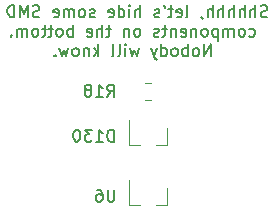
<source format=gbo>
G04 #@! TF.GenerationSoftware,KiCad,Pcbnew,(5.1.9)-1*
G04 #@! TF.CreationDate,2021-04-11T14:42:06+02:00*
G04 #@! TF.ProjectId,at90s2323,61743930-7332-4333-9233-2e6b69636164,V1.0*
G04 #@! TF.SameCoordinates,Original*
G04 #@! TF.FileFunction,Legend,Bot*
G04 #@! TF.FilePolarity,Positive*
%FSLAX46Y46*%
G04 Gerber Fmt 4.6, Leading zero omitted, Abs format (unit mm)*
G04 Created by KiCad (PCBNEW (5.1.9)-1) date 2021-04-11 14:42:06*
%MOMM*%
%LPD*%
G01*
G04 APERTURE LIST*
%ADD10C,0.150000*%
%ADD11C,0.120000*%
%ADD12R,0.800000X0.900000*%
%ADD13C,1.800000*%
%ADD14C,0.100000*%
%ADD15O,1.600000X1.600000*%
%ADD16C,1.600000*%
%ADD17O,2.400000X2.400000*%
%ADD18R,2.400000X2.400000*%
%ADD19O,1.600000X2.400000*%
%ADD20R,1.600000X2.400000*%
%ADD21R,1.600000X1.600000*%
%ADD22O,1.700000X1.700000*%
%ADD23R,1.700000X1.700000*%
%ADD24C,2.000000*%
%ADD25C,0.800000*%
%ADD26C,6.400000*%
%ADD27C,1.500000*%
%ADD28O,1.905000X2.000000*%
%ADD29R,1.905000X2.000000*%
%ADD30O,3.500000X3.500000*%
%ADD31R,3.500000X3.500000*%
%ADD32C,1.700000*%
G04 APERTURE END LIST*
D10*
X27890952Y45695238D02*
X27748095Y45647619D01*
X27510000Y45647619D01*
X27414761Y45695238D01*
X27367142Y45742857D01*
X27319523Y45838095D01*
X27319523Y45933333D01*
X27367142Y46028571D01*
X27414761Y46076190D01*
X27510000Y46123809D01*
X27700476Y46171428D01*
X27795714Y46219047D01*
X27843333Y46266666D01*
X27890952Y46361904D01*
X27890952Y46457142D01*
X27843333Y46552380D01*
X27795714Y46600000D01*
X27700476Y46647619D01*
X27462380Y46647619D01*
X27319523Y46600000D01*
X26890952Y45647619D02*
X26890952Y46647619D01*
X26462380Y45647619D02*
X26462380Y46171428D01*
X26510000Y46266666D01*
X26605238Y46314285D01*
X26748095Y46314285D01*
X26843333Y46266666D01*
X26890952Y46219047D01*
X25986190Y45647619D02*
X25986190Y46647619D01*
X25557619Y45647619D02*
X25557619Y46171428D01*
X25605238Y46266666D01*
X25700476Y46314285D01*
X25843333Y46314285D01*
X25938571Y46266666D01*
X25986190Y46219047D01*
X25081428Y45647619D02*
X25081428Y46647619D01*
X24652857Y45647619D02*
X24652857Y46171428D01*
X24700476Y46266666D01*
X24795714Y46314285D01*
X24938571Y46314285D01*
X25033809Y46266666D01*
X25081428Y46219047D01*
X24176666Y45647619D02*
X24176666Y46647619D01*
X23748095Y45647619D02*
X23748095Y46171428D01*
X23795714Y46266666D01*
X23890952Y46314285D01*
X24033809Y46314285D01*
X24129047Y46266666D01*
X24176666Y46219047D01*
X23271904Y45647619D02*
X23271904Y46647619D01*
X22843333Y45647619D02*
X22843333Y46171428D01*
X22890952Y46266666D01*
X22986190Y46314285D01*
X23129047Y46314285D01*
X23224285Y46266666D01*
X23271904Y46219047D01*
X22319523Y45695238D02*
X22319523Y45647619D01*
X22367142Y45552380D01*
X22414761Y45504761D01*
X20986190Y45647619D02*
X21081428Y45695238D01*
X21129047Y45790476D01*
X21129047Y46647619D01*
X20224285Y45695238D02*
X20319523Y45647619D01*
X20510000Y45647619D01*
X20605238Y45695238D01*
X20652857Y45790476D01*
X20652857Y46171428D01*
X20605238Y46266666D01*
X20510000Y46314285D01*
X20319523Y46314285D01*
X20224285Y46266666D01*
X20176666Y46171428D01*
X20176666Y46076190D01*
X20652857Y45980952D01*
X19890952Y46314285D02*
X19510000Y46314285D01*
X19748095Y46647619D02*
X19748095Y45790476D01*
X19700476Y45695238D01*
X19605238Y45647619D01*
X19510000Y45647619D01*
X19129047Y46647619D02*
X19224285Y46457142D01*
X18748095Y45695238D02*
X18652857Y45647619D01*
X18462380Y45647619D01*
X18367142Y45695238D01*
X18319523Y45790476D01*
X18319523Y45838095D01*
X18367142Y45933333D01*
X18462380Y45980952D01*
X18605238Y45980952D01*
X18700476Y46028571D01*
X18748095Y46123809D01*
X18748095Y46171428D01*
X18700476Y46266666D01*
X18605238Y46314285D01*
X18462380Y46314285D01*
X18367142Y46266666D01*
X17129047Y45647619D02*
X17129047Y46647619D01*
X16700476Y45647619D02*
X16700476Y46171428D01*
X16748095Y46266666D01*
X16843333Y46314285D01*
X16986190Y46314285D01*
X17081428Y46266666D01*
X17129047Y46219047D01*
X16224285Y45647619D02*
X16224285Y46314285D01*
X16224285Y46647619D02*
X16271904Y46600000D01*
X16224285Y46552380D01*
X16176666Y46600000D01*
X16224285Y46647619D01*
X16224285Y46552380D01*
X15319523Y45647619D02*
X15319523Y46647619D01*
X15319523Y45695238D02*
X15414761Y45647619D01*
X15605238Y45647619D01*
X15700476Y45695238D01*
X15748095Y45742857D01*
X15795714Y45838095D01*
X15795714Y46123809D01*
X15748095Y46219047D01*
X15700476Y46266666D01*
X15605238Y46314285D01*
X15414761Y46314285D01*
X15319523Y46266666D01*
X14462380Y45695238D02*
X14557619Y45647619D01*
X14748095Y45647619D01*
X14843333Y45695238D01*
X14890952Y45790476D01*
X14890952Y46171428D01*
X14843333Y46266666D01*
X14748095Y46314285D01*
X14557619Y46314285D01*
X14462380Y46266666D01*
X14414761Y46171428D01*
X14414761Y46076190D01*
X14890952Y45980952D01*
X13271904Y45695238D02*
X13176666Y45647619D01*
X12986190Y45647619D01*
X12890952Y45695238D01*
X12843333Y45790476D01*
X12843333Y45838095D01*
X12890952Y45933333D01*
X12986190Y45980952D01*
X13129047Y45980952D01*
X13224285Y46028571D01*
X13271904Y46123809D01*
X13271904Y46171428D01*
X13224285Y46266666D01*
X13129047Y46314285D01*
X12986190Y46314285D01*
X12890952Y46266666D01*
X12271904Y45647619D02*
X12367142Y45695238D01*
X12414761Y45742857D01*
X12462380Y45838095D01*
X12462380Y46123809D01*
X12414761Y46219047D01*
X12367142Y46266666D01*
X12271904Y46314285D01*
X12129047Y46314285D01*
X12033809Y46266666D01*
X11986190Y46219047D01*
X11938571Y46123809D01*
X11938571Y45838095D01*
X11986190Y45742857D01*
X12033809Y45695238D01*
X12129047Y45647619D01*
X12271904Y45647619D01*
X11510000Y45647619D02*
X11510000Y46314285D01*
X11510000Y46219047D02*
X11462380Y46266666D01*
X11367142Y46314285D01*
X11224285Y46314285D01*
X11129047Y46266666D01*
X11081428Y46171428D01*
X11081428Y45647619D01*
X11081428Y46171428D02*
X11033809Y46266666D01*
X10938571Y46314285D01*
X10795714Y46314285D01*
X10700476Y46266666D01*
X10652857Y46171428D01*
X10652857Y45647619D01*
X9795714Y45695238D02*
X9890952Y45647619D01*
X10081428Y45647619D01*
X10176666Y45695238D01*
X10224285Y45790476D01*
X10224285Y46171428D01*
X10176666Y46266666D01*
X10081428Y46314285D01*
X9890952Y46314285D01*
X9795714Y46266666D01*
X9748095Y46171428D01*
X9748095Y46076190D01*
X10224285Y45980952D01*
X8605238Y45695238D02*
X8462380Y45647619D01*
X8224285Y45647619D01*
X8129047Y45695238D01*
X8081428Y45742857D01*
X8033809Y45838095D01*
X8033809Y45933333D01*
X8081428Y46028571D01*
X8129047Y46076190D01*
X8224285Y46123809D01*
X8414761Y46171428D01*
X8510000Y46219047D01*
X8557619Y46266666D01*
X8605238Y46361904D01*
X8605238Y46457142D01*
X8557619Y46552380D01*
X8510000Y46600000D01*
X8414761Y46647619D01*
X8176666Y46647619D01*
X8033809Y46600000D01*
X7605238Y45647619D02*
X7605238Y46647619D01*
X7271904Y45933333D01*
X6938571Y46647619D01*
X6938571Y45647619D01*
X6462380Y45647619D02*
X6462380Y46647619D01*
X6224285Y46647619D01*
X6081428Y46600000D01*
X5986190Y46504761D01*
X5938571Y46409523D01*
X5890952Y46219047D01*
X5890952Y46076190D01*
X5938571Y45885714D01*
X5986190Y45790476D01*
X6081428Y45695238D01*
X6224285Y45647619D01*
X6462380Y45647619D01*
X26367142Y44045238D02*
X26462380Y43997619D01*
X26652857Y43997619D01*
X26748095Y44045238D01*
X26795714Y44092857D01*
X26843333Y44188095D01*
X26843333Y44473809D01*
X26795714Y44569047D01*
X26748095Y44616666D01*
X26652857Y44664285D01*
X26462380Y44664285D01*
X26367142Y44616666D01*
X25795714Y43997619D02*
X25890952Y44045238D01*
X25938571Y44092857D01*
X25986190Y44188095D01*
X25986190Y44473809D01*
X25938571Y44569047D01*
X25890952Y44616666D01*
X25795714Y44664285D01*
X25652857Y44664285D01*
X25557619Y44616666D01*
X25510000Y44569047D01*
X25462380Y44473809D01*
X25462380Y44188095D01*
X25510000Y44092857D01*
X25557619Y44045238D01*
X25652857Y43997619D01*
X25795714Y43997619D01*
X25033809Y43997619D02*
X25033809Y44664285D01*
X25033809Y44569047D02*
X24986190Y44616666D01*
X24890952Y44664285D01*
X24748095Y44664285D01*
X24652857Y44616666D01*
X24605238Y44521428D01*
X24605238Y43997619D01*
X24605238Y44521428D02*
X24557619Y44616666D01*
X24462380Y44664285D01*
X24319523Y44664285D01*
X24224285Y44616666D01*
X24176666Y44521428D01*
X24176666Y43997619D01*
X23700476Y44664285D02*
X23700476Y43664285D01*
X23700476Y44616666D02*
X23605238Y44664285D01*
X23414761Y44664285D01*
X23319523Y44616666D01*
X23271904Y44569047D01*
X23224285Y44473809D01*
X23224285Y44188095D01*
X23271904Y44092857D01*
X23319523Y44045238D01*
X23414761Y43997619D01*
X23605238Y43997619D01*
X23700476Y44045238D01*
X22652857Y43997619D02*
X22748095Y44045238D01*
X22795714Y44092857D01*
X22843333Y44188095D01*
X22843333Y44473809D01*
X22795714Y44569047D01*
X22748095Y44616666D01*
X22652857Y44664285D01*
X22510000Y44664285D01*
X22414761Y44616666D01*
X22367142Y44569047D01*
X22319523Y44473809D01*
X22319523Y44188095D01*
X22367142Y44092857D01*
X22414761Y44045238D01*
X22510000Y43997619D01*
X22652857Y43997619D01*
X21890952Y44664285D02*
X21890952Y43997619D01*
X21890952Y44569047D02*
X21843333Y44616666D01*
X21748095Y44664285D01*
X21605238Y44664285D01*
X21510000Y44616666D01*
X21462380Y44521428D01*
X21462380Y43997619D01*
X20605238Y44045238D02*
X20700476Y43997619D01*
X20890952Y43997619D01*
X20986190Y44045238D01*
X21033809Y44140476D01*
X21033809Y44521428D01*
X20986190Y44616666D01*
X20890952Y44664285D01*
X20700476Y44664285D01*
X20605238Y44616666D01*
X20557619Y44521428D01*
X20557619Y44426190D01*
X21033809Y44330952D01*
X20129047Y44664285D02*
X20129047Y43997619D01*
X20129047Y44569047D02*
X20081428Y44616666D01*
X19986190Y44664285D01*
X19843333Y44664285D01*
X19748095Y44616666D01*
X19700476Y44521428D01*
X19700476Y43997619D01*
X19367142Y44664285D02*
X18986190Y44664285D01*
X19224285Y44997619D02*
X19224285Y44140476D01*
X19176666Y44045238D01*
X19081428Y43997619D01*
X18986190Y43997619D01*
X18700476Y44045238D02*
X18605238Y43997619D01*
X18414761Y43997619D01*
X18319523Y44045238D01*
X18271904Y44140476D01*
X18271904Y44188095D01*
X18319523Y44283333D01*
X18414761Y44330952D01*
X18557619Y44330952D01*
X18652857Y44378571D01*
X18700476Y44473809D01*
X18700476Y44521428D01*
X18652857Y44616666D01*
X18557619Y44664285D01*
X18414761Y44664285D01*
X18319523Y44616666D01*
X16938571Y43997619D02*
X17033809Y44045238D01*
X17081428Y44092857D01*
X17129047Y44188095D01*
X17129047Y44473809D01*
X17081428Y44569047D01*
X17033809Y44616666D01*
X16938571Y44664285D01*
X16795714Y44664285D01*
X16700476Y44616666D01*
X16652857Y44569047D01*
X16605238Y44473809D01*
X16605238Y44188095D01*
X16652857Y44092857D01*
X16700476Y44045238D01*
X16795714Y43997619D01*
X16938571Y43997619D01*
X16176666Y44664285D02*
X16176666Y43997619D01*
X16176666Y44569047D02*
X16129047Y44616666D01*
X16033809Y44664285D01*
X15890952Y44664285D01*
X15795714Y44616666D01*
X15748095Y44521428D01*
X15748095Y43997619D01*
X14652857Y44664285D02*
X14271904Y44664285D01*
X14510000Y44997619D02*
X14510000Y44140476D01*
X14462380Y44045238D01*
X14367142Y43997619D01*
X14271904Y43997619D01*
X13938571Y43997619D02*
X13938571Y44997619D01*
X13510000Y43997619D02*
X13510000Y44521428D01*
X13557619Y44616666D01*
X13652857Y44664285D01*
X13795714Y44664285D01*
X13890952Y44616666D01*
X13938571Y44569047D01*
X12652857Y44045238D02*
X12748095Y43997619D01*
X12938571Y43997619D01*
X13033809Y44045238D01*
X13081428Y44140476D01*
X13081428Y44521428D01*
X13033809Y44616666D01*
X12938571Y44664285D01*
X12748095Y44664285D01*
X12652857Y44616666D01*
X12605238Y44521428D01*
X12605238Y44426190D01*
X13081428Y44330952D01*
X11414761Y43997619D02*
X11414761Y44997619D01*
X11414761Y44616666D02*
X11319523Y44664285D01*
X11129047Y44664285D01*
X11033809Y44616666D01*
X10986190Y44569047D01*
X10938571Y44473809D01*
X10938571Y44188095D01*
X10986190Y44092857D01*
X11033809Y44045238D01*
X11129047Y43997619D01*
X11319523Y43997619D01*
X11414761Y44045238D01*
X10367142Y43997619D02*
X10462380Y44045238D01*
X10510000Y44092857D01*
X10557619Y44188095D01*
X10557619Y44473809D01*
X10510000Y44569047D01*
X10462380Y44616666D01*
X10367142Y44664285D01*
X10224285Y44664285D01*
X10129047Y44616666D01*
X10081428Y44569047D01*
X10033809Y44473809D01*
X10033809Y44188095D01*
X10081428Y44092857D01*
X10129047Y44045238D01*
X10224285Y43997619D01*
X10367142Y43997619D01*
X9748095Y44664285D02*
X9367142Y44664285D01*
X9605238Y44997619D02*
X9605238Y44140476D01*
X9557619Y44045238D01*
X9462380Y43997619D01*
X9367142Y43997619D01*
X9176666Y44664285D02*
X8795714Y44664285D01*
X9033809Y44997619D02*
X9033809Y44140476D01*
X8986190Y44045238D01*
X8890952Y43997619D01*
X8795714Y43997619D01*
X8319523Y43997619D02*
X8414761Y44045238D01*
X8462380Y44092857D01*
X8510000Y44188095D01*
X8510000Y44473809D01*
X8462380Y44569047D01*
X8414761Y44616666D01*
X8319523Y44664285D01*
X8176666Y44664285D01*
X8081428Y44616666D01*
X8033809Y44569047D01*
X7986190Y44473809D01*
X7986190Y44188095D01*
X8033809Y44092857D01*
X8081428Y44045238D01*
X8176666Y43997619D01*
X8319523Y43997619D01*
X7557619Y43997619D02*
X7557619Y44664285D01*
X7557619Y44569047D02*
X7510000Y44616666D01*
X7414761Y44664285D01*
X7271904Y44664285D01*
X7176666Y44616666D01*
X7129047Y44521428D01*
X7129047Y43997619D01*
X7129047Y44521428D02*
X7081428Y44616666D01*
X6986190Y44664285D01*
X6843333Y44664285D01*
X6748095Y44616666D01*
X6700476Y44521428D01*
X6700476Y43997619D01*
X6224285Y44092857D02*
X6176666Y44045238D01*
X6224285Y43997619D01*
X6271904Y44045238D01*
X6224285Y44092857D01*
X6224285Y43997619D01*
X23105238Y42347619D02*
X23105238Y43347619D01*
X22533809Y42347619D01*
X22533809Y43347619D01*
X21914761Y42347619D02*
X22010000Y42395238D01*
X22057619Y42442857D01*
X22105238Y42538095D01*
X22105238Y42823809D01*
X22057619Y42919047D01*
X22010000Y42966666D01*
X21914761Y43014285D01*
X21771904Y43014285D01*
X21676666Y42966666D01*
X21629047Y42919047D01*
X21581428Y42823809D01*
X21581428Y42538095D01*
X21629047Y42442857D01*
X21676666Y42395238D01*
X21771904Y42347619D01*
X21914761Y42347619D01*
X21152857Y42347619D02*
X21152857Y43347619D01*
X21152857Y42966666D02*
X21057619Y43014285D01*
X20867142Y43014285D01*
X20771904Y42966666D01*
X20724285Y42919047D01*
X20676666Y42823809D01*
X20676666Y42538095D01*
X20724285Y42442857D01*
X20771904Y42395238D01*
X20867142Y42347619D01*
X21057619Y42347619D01*
X21152857Y42395238D01*
X20105238Y42347619D02*
X20200476Y42395238D01*
X20248095Y42442857D01*
X20295714Y42538095D01*
X20295714Y42823809D01*
X20248095Y42919047D01*
X20200476Y42966666D01*
X20105238Y43014285D01*
X19962380Y43014285D01*
X19867142Y42966666D01*
X19819523Y42919047D01*
X19771904Y42823809D01*
X19771904Y42538095D01*
X19819523Y42442857D01*
X19867142Y42395238D01*
X19962380Y42347619D01*
X20105238Y42347619D01*
X18914761Y42347619D02*
X18914761Y43347619D01*
X18914761Y42395238D02*
X19010000Y42347619D01*
X19200476Y42347619D01*
X19295714Y42395238D01*
X19343333Y42442857D01*
X19390952Y42538095D01*
X19390952Y42823809D01*
X19343333Y42919047D01*
X19295714Y42966666D01*
X19200476Y43014285D01*
X19010000Y43014285D01*
X18914761Y42966666D01*
X18533809Y43014285D02*
X18295714Y42347619D01*
X18057619Y43014285D02*
X18295714Y42347619D01*
X18390952Y42109523D01*
X18438571Y42061904D01*
X18533809Y42014285D01*
X17010000Y43014285D02*
X16819523Y42347619D01*
X16629047Y42823809D01*
X16438571Y42347619D01*
X16248095Y43014285D01*
X15867142Y42347619D02*
X15867142Y43014285D01*
X15867142Y43347619D02*
X15914761Y43300000D01*
X15867142Y43252380D01*
X15819523Y43300000D01*
X15867142Y43347619D01*
X15867142Y43252380D01*
X15248095Y42347619D02*
X15343333Y42395238D01*
X15390952Y42490476D01*
X15390952Y43347619D01*
X14724285Y42347619D02*
X14819523Y42395238D01*
X14867142Y42490476D01*
X14867142Y43347619D01*
X13581428Y42347619D02*
X13581428Y43347619D01*
X13486190Y42728571D02*
X13200476Y42347619D01*
X13200476Y43014285D02*
X13581428Y42633333D01*
X12771904Y43014285D02*
X12771904Y42347619D01*
X12771904Y42919047D02*
X12724285Y42966666D01*
X12629047Y43014285D01*
X12486190Y43014285D01*
X12390952Y42966666D01*
X12343333Y42871428D01*
X12343333Y42347619D01*
X11724285Y42347619D02*
X11819523Y42395238D01*
X11867142Y42442857D01*
X11914761Y42538095D01*
X11914761Y42823809D01*
X11867142Y42919047D01*
X11819523Y42966666D01*
X11724285Y43014285D01*
X11581428Y43014285D01*
X11486190Y42966666D01*
X11438571Y42919047D01*
X11390952Y42823809D01*
X11390952Y42538095D01*
X11438571Y42442857D01*
X11486190Y42395238D01*
X11581428Y42347619D01*
X11724285Y42347619D01*
X11057619Y43014285D02*
X10867142Y42347619D01*
X10676666Y42823809D01*
X10486190Y42347619D01*
X10295714Y43014285D01*
X9914761Y42442857D02*
X9867142Y42395238D01*
X9914761Y42347619D01*
X9962380Y42395238D01*
X9914761Y42442857D01*
X9914761Y42347619D01*
D11*
X19360000Y29720000D02*
X18430000Y29720000D01*
X16200000Y29720000D02*
X17130000Y29720000D01*
X16200000Y29720000D02*
X16200000Y31880000D01*
X19360000Y29720000D02*
X19360000Y31180000D01*
X18007064Y40105000D02*
X17552936Y40105000D01*
X18007064Y38635000D02*
X17552936Y38635000D01*
X19360000Y34800000D02*
X18430000Y34800000D01*
X16200000Y34800000D02*
X17130000Y34800000D01*
X16200000Y34800000D02*
X16200000Y36960000D01*
X19360000Y34800000D02*
X19360000Y36260000D01*
D10*
X14944404Y31027619D02*
X14944404Y30218095D01*
X14896785Y30122857D01*
X14849166Y30075238D01*
X14753928Y30027619D01*
X14563452Y30027619D01*
X14468214Y30075238D01*
X14420595Y30122857D01*
X14372976Y30218095D01*
X14372976Y31027619D01*
X13468214Y31027619D02*
X13658690Y31027619D01*
X13753928Y30980000D01*
X13801547Y30932380D01*
X13896785Y30789523D01*
X13944404Y30599047D01*
X13944404Y30218095D01*
X13896785Y30122857D01*
X13849166Y30075238D01*
X13753928Y30027619D01*
X13563452Y30027619D01*
X13468214Y30075238D01*
X13420595Y30122857D01*
X13372976Y30218095D01*
X13372976Y30456190D01*
X13420595Y30551428D01*
X13468214Y30599047D01*
X13563452Y30646666D01*
X13753928Y30646666D01*
X13849166Y30599047D01*
X13896785Y30551428D01*
X13944404Y30456190D01*
X14332976Y38917619D02*
X14666309Y39393809D01*
X14904404Y38917619D02*
X14904404Y39917619D01*
X14523452Y39917619D01*
X14428214Y39870000D01*
X14380595Y39822380D01*
X14332976Y39727142D01*
X14332976Y39584285D01*
X14380595Y39489047D01*
X14428214Y39441428D01*
X14523452Y39393809D01*
X14904404Y39393809D01*
X13380595Y38917619D02*
X13952023Y38917619D01*
X13666309Y38917619D02*
X13666309Y39917619D01*
X13761547Y39774761D01*
X13856785Y39679523D01*
X13952023Y39631904D01*
X12809166Y39489047D02*
X12904404Y39536666D01*
X12952023Y39584285D01*
X12999642Y39679523D01*
X12999642Y39727142D01*
X12952023Y39822380D01*
X12904404Y39870000D01*
X12809166Y39917619D01*
X12618690Y39917619D01*
X12523452Y39870000D01*
X12475833Y39822380D01*
X12428214Y39727142D01*
X12428214Y39679523D01*
X12475833Y39584285D01*
X12523452Y39536666D01*
X12618690Y39489047D01*
X12809166Y39489047D01*
X12904404Y39441428D01*
X12952023Y39393809D01*
X12999642Y39298571D01*
X12999642Y39108095D01*
X12952023Y39012857D01*
X12904404Y38965238D01*
X12809166Y38917619D01*
X12618690Y38917619D01*
X12523452Y38965238D01*
X12475833Y39012857D01*
X12428214Y39108095D01*
X12428214Y39298571D01*
X12475833Y39393809D01*
X12523452Y39441428D01*
X12618690Y39489047D01*
X14904404Y35107619D02*
X14904404Y36107619D01*
X14666309Y36107619D01*
X14523452Y36060000D01*
X14428214Y35964761D01*
X14380595Y35869523D01*
X14332976Y35679047D01*
X14332976Y35536190D01*
X14380595Y35345714D01*
X14428214Y35250476D01*
X14523452Y35155238D01*
X14666309Y35107619D01*
X14904404Y35107619D01*
X13380595Y35107619D02*
X13952023Y35107619D01*
X13666309Y35107619D02*
X13666309Y36107619D01*
X13761547Y35964761D01*
X13856785Y35869523D01*
X13952023Y35821904D01*
X13047261Y36107619D02*
X12428214Y36107619D01*
X12761547Y35726666D01*
X12618690Y35726666D01*
X12523452Y35679047D01*
X12475833Y35631428D01*
X12428214Y35536190D01*
X12428214Y35298095D01*
X12475833Y35202857D01*
X12523452Y35155238D01*
X12618690Y35107619D01*
X12904404Y35107619D01*
X12999642Y35155238D01*
X13047261Y35202857D01*
X11809166Y36107619D02*
X11713928Y36107619D01*
X11618690Y36060000D01*
X11571071Y36012380D01*
X11523452Y35917142D01*
X11475833Y35726666D01*
X11475833Y35488571D01*
X11523452Y35298095D01*
X11571071Y35202857D01*
X11618690Y35155238D01*
X11713928Y35107619D01*
X11809166Y35107619D01*
X11904404Y35155238D01*
X11952023Y35202857D01*
X11999642Y35298095D01*
X12047261Y35488571D01*
X12047261Y35726666D01*
X11999642Y35917142D01*
X11952023Y36012380D01*
X11904404Y36060000D01*
X11809166Y36107619D01*
%LPC*%
D12*
X17780000Y29480000D03*
X18730000Y31480000D03*
X16830000Y31480000D03*
G36*
G01*
X17380000Y39820001D02*
X17380000Y38919999D01*
G75*
G02*
X17130001Y38670000I-249999J0D01*
G01*
X16429999Y38670000D01*
G75*
G02*
X16180000Y38919999I0J249999D01*
G01*
X16180000Y39820001D01*
G75*
G02*
X16429999Y40070000I249999J0D01*
G01*
X17130001Y40070000D01*
G75*
G02*
X17380000Y39820001I0J-249999D01*
G01*
G37*
G36*
G01*
X19380000Y39820001D02*
X19380000Y38919999D01*
G75*
G02*
X19130001Y38670000I-249999J0D01*
G01*
X18429999Y38670000D01*
G75*
G02*
X18180000Y38919999I0J249999D01*
G01*
X18180000Y39820001D01*
G75*
G02*
X18429999Y40070000I249999J0D01*
G01*
X19130001Y40070000D01*
G75*
G02*
X19380000Y39820001I0J-249999D01*
G01*
G37*
X17780000Y34560000D03*
X18730000Y36560000D03*
X16830000Y36560000D03*
D13*
X38998026Y-46618026D03*
D14*
G36*
X35929182Y-44821974D02*
G01*
X37201974Y-43549182D01*
X38474766Y-44821974D01*
X37201974Y-46094766D01*
X35929182Y-44821974D01*
G37*
D13*
X33918026Y-46618026D03*
D14*
G36*
X30849182Y-44821974D02*
G01*
X32121974Y-43549182D01*
X33394766Y-44821974D01*
X32121974Y-46094766D01*
X30849182Y-44821974D01*
G37*
D13*
X28838026Y-46618026D03*
D14*
G36*
X25769182Y-44821974D02*
G01*
X27041974Y-43549182D01*
X28314766Y-44821974D01*
X27041974Y-46094766D01*
X25769182Y-44821974D01*
G37*
D13*
X23758026Y-46618026D03*
D14*
G36*
X20689182Y-44821974D02*
G01*
X21961974Y-43549182D01*
X23234766Y-44821974D01*
X21961974Y-46094766D01*
X20689182Y-44821974D01*
G37*
D13*
X18678026Y-46618026D03*
D14*
G36*
X15609182Y-44821974D02*
G01*
X16881974Y-43549182D01*
X18154766Y-44821974D01*
X16881974Y-46094766D01*
X15609182Y-44821974D01*
G37*
D13*
X13598026Y-46618026D03*
D14*
G36*
X10529182Y-44821974D02*
G01*
X11801974Y-43549182D01*
X13074766Y-44821974D01*
X11801974Y-46094766D01*
X10529182Y-44821974D01*
G37*
D13*
X8518026Y-46618026D03*
D14*
G36*
X5449182Y-44821974D02*
G01*
X6721974Y-43549182D01*
X7994766Y-44821974D01*
X6721974Y-46094766D01*
X5449182Y-44821974D01*
G37*
D13*
X3438026Y-46618026D03*
D14*
G36*
X369182Y-44821974D02*
G01*
X1641974Y-43549182D01*
X2914766Y-44821974D01*
X1641974Y-46094766D01*
X369182Y-44821974D01*
G37*
D13*
X-1641974Y-46618026D03*
D14*
G36*
X-4710818Y-44821974D02*
G01*
X-3438026Y-43549182D01*
X-2165234Y-44821974D01*
X-3438026Y-46094766D01*
X-4710818Y-44821974D01*
G37*
D13*
X-6721974Y-46618026D03*
D14*
G36*
X-9790818Y-44821974D02*
G01*
X-8518026Y-43549182D01*
X-7245234Y-44821974D01*
X-8518026Y-46094766D01*
X-9790818Y-44821974D01*
G37*
D13*
X-11801974Y-46618026D03*
D14*
G36*
X-14870818Y-44821974D02*
G01*
X-13598026Y-43549182D01*
X-12325234Y-44821974D01*
X-13598026Y-46094766D01*
X-14870818Y-44821974D01*
G37*
D13*
X-16881974Y-46618026D03*
D14*
G36*
X-19950818Y-44821974D02*
G01*
X-18678026Y-43549182D01*
X-17405234Y-44821974D01*
X-18678026Y-46094766D01*
X-19950818Y-44821974D01*
G37*
D13*
X-21961974Y-46618026D03*
D14*
G36*
X-25030818Y-44821974D02*
G01*
X-23758026Y-43549182D01*
X-22485234Y-44821974D01*
X-23758026Y-46094766D01*
X-25030818Y-44821974D01*
G37*
D13*
X-27041974Y-46618026D03*
D14*
G36*
X-30110818Y-44821974D02*
G01*
X-28838026Y-43549182D01*
X-27565234Y-44821974D01*
X-28838026Y-46094766D01*
X-30110818Y-44821974D01*
G37*
D13*
X-32121974Y-46618026D03*
D14*
G36*
X-35190818Y-44821974D02*
G01*
X-33918026Y-43549182D01*
X-32645234Y-44821974D01*
X-33918026Y-46094766D01*
X-35190818Y-44821974D01*
G37*
D13*
X-37201974Y-46618026D03*
D14*
G36*
X-40270818Y-44821974D02*
G01*
X-38998026Y-43549182D01*
X-37725234Y-44821974D01*
X-38998026Y-46094766D01*
X-40270818Y-44821974D01*
G37*
D13*
X38998026Y-41538026D03*
D14*
G36*
X35929182Y-39741974D02*
G01*
X37201974Y-38469182D01*
X38474766Y-39741974D01*
X37201974Y-41014766D01*
X35929182Y-39741974D01*
G37*
D13*
X33918026Y-41538026D03*
D14*
G36*
X30849182Y-39741974D02*
G01*
X32121974Y-38469182D01*
X33394766Y-39741974D01*
X32121974Y-41014766D01*
X30849182Y-39741974D01*
G37*
D13*
X28838026Y-41538026D03*
D14*
G36*
X25769182Y-39741974D02*
G01*
X27041974Y-38469182D01*
X28314766Y-39741974D01*
X27041974Y-41014766D01*
X25769182Y-39741974D01*
G37*
D13*
X23758026Y-41538026D03*
D14*
G36*
X20689182Y-39741974D02*
G01*
X21961974Y-38469182D01*
X23234766Y-39741974D01*
X21961974Y-41014766D01*
X20689182Y-39741974D01*
G37*
D13*
X18678026Y-41538026D03*
D14*
G36*
X15609182Y-39741974D02*
G01*
X16881974Y-38469182D01*
X18154766Y-39741974D01*
X16881974Y-41014766D01*
X15609182Y-39741974D01*
G37*
D13*
X13598026Y-41538026D03*
D14*
G36*
X10529182Y-39741974D02*
G01*
X11801974Y-38469182D01*
X13074766Y-39741974D01*
X11801974Y-41014766D01*
X10529182Y-39741974D01*
G37*
D13*
X8518026Y-41538026D03*
D14*
G36*
X5449182Y-39741974D02*
G01*
X6721974Y-38469182D01*
X7994766Y-39741974D01*
X6721974Y-41014766D01*
X5449182Y-39741974D01*
G37*
D13*
X3438026Y-41538026D03*
D14*
G36*
X369182Y-39741974D02*
G01*
X1641974Y-38469182D01*
X2914766Y-39741974D01*
X1641974Y-41014766D01*
X369182Y-39741974D01*
G37*
D13*
X-1641974Y-41538026D03*
D14*
G36*
X-4710818Y-39741974D02*
G01*
X-3438026Y-38469182D01*
X-2165234Y-39741974D01*
X-3438026Y-41014766D01*
X-4710818Y-39741974D01*
G37*
D13*
X-6721974Y-41538026D03*
D14*
G36*
X-9790818Y-39741974D02*
G01*
X-8518026Y-38469182D01*
X-7245234Y-39741974D01*
X-8518026Y-41014766D01*
X-9790818Y-39741974D01*
G37*
D13*
X-11801974Y-41538026D03*
D14*
G36*
X-14870818Y-39741974D02*
G01*
X-13598026Y-38469182D01*
X-12325234Y-39741974D01*
X-13598026Y-41014766D01*
X-14870818Y-39741974D01*
G37*
D13*
X-16881974Y-41538026D03*
D14*
G36*
X-19950818Y-39741974D02*
G01*
X-18678026Y-38469182D01*
X-17405234Y-39741974D01*
X-18678026Y-41014766D01*
X-19950818Y-39741974D01*
G37*
D13*
X-21961974Y-41538026D03*
D14*
G36*
X-25030818Y-39741974D02*
G01*
X-23758026Y-38469182D01*
X-22485234Y-39741974D01*
X-23758026Y-41014766D01*
X-25030818Y-39741974D01*
G37*
D13*
X-27041974Y-41538026D03*
D14*
G36*
X-30110818Y-39741974D02*
G01*
X-28838026Y-38469182D01*
X-27565234Y-39741974D01*
X-28838026Y-41014766D01*
X-30110818Y-39741974D01*
G37*
D13*
X-32121974Y-41538026D03*
D14*
G36*
X-35190818Y-39741974D02*
G01*
X-33918026Y-38469182D01*
X-32645234Y-39741974D01*
X-33918026Y-41014766D01*
X-35190818Y-39741974D01*
G37*
D13*
X-37201974Y-41538026D03*
D14*
G36*
X-40270818Y-39741974D02*
G01*
X-38998026Y-38469182D01*
X-37725234Y-39741974D01*
X-38998026Y-41014766D01*
X-40270818Y-39741974D01*
G37*
D13*
X38998026Y-36458026D03*
D14*
G36*
X35929182Y-34661974D02*
G01*
X37201974Y-33389182D01*
X38474766Y-34661974D01*
X37201974Y-35934766D01*
X35929182Y-34661974D01*
G37*
D13*
X33918026Y-36458026D03*
D14*
G36*
X30849182Y-34661974D02*
G01*
X32121974Y-33389182D01*
X33394766Y-34661974D01*
X32121974Y-35934766D01*
X30849182Y-34661974D01*
G37*
D13*
X28838026Y-36458026D03*
D14*
G36*
X25769182Y-34661974D02*
G01*
X27041974Y-33389182D01*
X28314766Y-34661974D01*
X27041974Y-35934766D01*
X25769182Y-34661974D01*
G37*
D13*
X23758026Y-36458026D03*
D14*
G36*
X20689182Y-34661974D02*
G01*
X21961974Y-33389182D01*
X23234766Y-34661974D01*
X21961974Y-35934766D01*
X20689182Y-34661974D01*
G37*
D13*
X18678026Y-36458026D03*
D14*
G36*
X15609182Y-34661974D02*
G01*
X16881974Y-33389182D01*
X18154766Y-34661974D01*
X16881974Y-35934766D01*
X15609182Y-34661974D01*
G37*
D13*
X13598026Y-36458026D03*
D14*
G36*
X10529182Y-34661974D02*
G01*
X11801974Y-33389182D01*
X13074766Y-34661974D01*
X11801974Y-35934766D01*
X10529182Y-34661974D01*
G37*
D13*
X8518026Y-36458026D03*
D14*
G36*
X5449182Y-34661974D02*
G01*
X6721974Y-33389182D01*
X7994766Y-34661974D01*
X6721974Y-35934766D01*
X5449182Y-34661974D01*
G37*
D13*
X3438026Y-36458026D03*
D14*
G36*
X369182Y-34661974D02*
G01*
X1641974Y-33389182D01*
X2914766Y-34661974D01*
X1641974Y-35934766D01*
X369182Y-34661974D01*
G37*
D13*
X-1641974Y-36458026D03*
D14*
G36*
X-4710818Y-34661974D02*
G01*
X-3438026Y-33389182D01*
X-2165234Y-34661974D01*
X-3438026Y-35934766D01*
X-4710818Y-34661974D01*
G37*
D13*
X-6721974Y-36458026D03*
D14*
G36*
X-9790818Y-34661974D02*
G01*
X-8518026Y-33389182D01*
X-7245234Y-34661974D01*
X-8518026Y-35934766D01*
X-9790818Y-34661974D01*
G37*
D13*
X-11801974Y-36458026D03*
D14*
G36*
X-14870818Y-34661974D02*
G01*
X-13598026Y-33389182D01*
X-12325234Y-34661974D01*
X-13598026Y-35934766D01*
X-14870818Y-34661974D01*
G37*
D13*
X-16881974Y-36458026D03*
D14*
G36*
X-19950818Y-34661974D02*
G01*
X-18678026Y-33389182D01*
X-17405234Y-34661974D01*
X-18678026Y-35934766D01*
X-19950818Y-34661974D01*
G37*
D13*
X-21961974Y-36458026D03*
D14*
G36*
X-25030818Y-34661974D02*
G01*
X-23758026Y-33389182D01*
X-22485234Y-34661974D01*
X-23758026Y-35934766D01*
X-25030818Y-34661974D01*
G37*
D13*
X-27041974Y-36458026D03*
D14*
G36*
X-30110818Y-34661974D02*
G01*
X-28838026Y-33389182D01*
X-27565234Y-34661974D01*
X-28838026Y-35934766D01*
X-30110818Y-34661974D01*
G37*
D13*
X-32121974Y-36458026D03*
D14*
G36*
X-35190818Y-34661974D02*
G01*
X-33918026Y-33389182D01*
X-32645234Y-34661974D01*
X-33918026Y-35934766D01*
X-35190818Y-34661974D01*
G37*
D13*
X-37201974Y-36458026D03*
D14*
G36*
X-40270818Y-34661974D02*
G01*
X-38998026Y-33389182D01*
X-37725234Y-34661974D01*
X-38998026Y-35934766D01*
X-40270818Y-34661974D01*
G37*
D13*
X38998026Y-31378026D03*
D14*
G36*
X35929182Y-29581974D02*
G01*
X37201974Y-28309182D01*
X38474766Y-29581974D01*
X37201974Y-30854766D01*
X35929182Y-29581974D01*
G37*
D13*
X33918026Y-31378026D03*
D14*
G36*
X30849182Y-29581974D02*
G01*
X32121974Y-28309182D01*
X33394766Y-29581974D01*
X32121974Y-30854766D01*
X30849182Y-29581974D01*
G37*
D13*
X28838026Y-31378026D03*
D14*
G36*
X25769182Y-29581974D02*
G01*
X27041974Y-28309182D01*
X28314766Y-29581974D01*
X27041974Y-30854766D01*
X25769182Y-29581974D01*
G37*
D13*
X23758026Y-31378026D03*
D14*
G36*
X20689182Y-29581974D02*
G01*
X21961974Y-28309182D01*
X23234766Y-29581974D01*
X21961974Y-30854766D01*
X20689182Y-29581974D01*
G37*
D13*
X18678026Y-31378026D03*
D14*
G36*
X15609182Y-29581974D02*
G01*
X16881974Y-28309182D01*
X18154766Y-29581974D01*
X16881974Y-30854766D01*
X15609182Y-29581974D01*
G37*
D13*
X13598026Y-31378026D03*
D14*
G36*
X10529182Y-29581974D02*
G01*
X11801974Y-28309182D01*
X13074766Y-29581974D01*
X11801974Y-30854766D01*
X10529182Y-29581974D01*
G37*
D13*
X8518026Y-31378026D03*
D14*
G36*
X5449182Y-29581974D02*
G01*
X6721974Y-28309182D01*
X7994766Y-29581974D01*
X6721974Y-30854766D01*
X5449182Y-29581974D01*
G37*
D13*
X3438026Y-31378026D03*
D14*
G36*
X369182Y-29581974D02*
G01*
X1641974Y-28309182D01*
X2914766Y-29581974D01*
X1641974Y-30854766D01*
X369182Y-29581974D01*
G37*
D13*
X-1641974Y-31378026D03*
D14*
G36*
X-4710818Y-29581974D02*
G01*
X-3438026Y-28309182D01*
X-2165234Y-29581974D01*
X-3438026Y-30854766D01*
X-4710818Y-29581974D01*
G37*
D13*
X-6721974Y-31378026D03*
D14*
G36*
X-9790818Y-29581974D02*
G01*
X-8518026Y-28309182D01*
X-7245234Y-29581974D01*
X-8518026Y-30854766D01*
X-9790818Y-29581974D01*
G37*
D13*
X-11801974Y-31378026D03*
D14*
G36*
X-14870818Y-29581974D02*
G01*
X-13598026Y-28309182D01*
X-12325234Y-29581974D01*
X-13598026Y-30854766D01*
X-14870818Y-29581974D01*
G37*
D13*
X-16881974Y-31378026D03*
D14*
G36*
X-19950818Y-29581974D02*
G01*
X-18678026Y-28309182D01*
X-17405234Y-29581974D01*
X-18678026Y-30854766D01*
X-19950818Y-29581974D01*
G37*
D13*
X-21961974Y-31378026D03*
D14*
G36*
X-25030818Y-29581974D02*
G01*
X-23758026Y-28309182D01*
X-22485234Y-29581974D01*
X-23758026Y-30854766D01*
X-25030818Y-29581974D01*
G37*
D13*
X-27041974Y-31378026D03*
D14*
G36*
X-30110818Y-29581974D02*
G01*
X-28838026Y-28309182D01*
X-27565234Y-29581974D01*
X-28838026Y-30854766D01*
X-30110818Y-29581974D01*
G37*
D13*
X-32121974Y-31378026D03*
D14*
G36*
X-35190818Y-29581974D02*
G01*
X-33918026Y-28309182D01*
X-32645234Y-29581974D01*
X-33918026Y-30854766D01*
X-35190818Y-29581974D01*
G37*
D13*
X-37201974Y-31378026D03*
D14*
G36*
X-40270818Y-29581974D02*
G01*
X-38998026Y-28309182D01*
X-37725234Y-29581974D01*
X-38998026Y-30854766D01*
X-40270818Y-29581974D01*
G37*
D13*
X38998026Y-26298026D03*
D14*
G36*
X35929182Y-24501974D02*
G01*
X37201974Y-23229182D01*
X38474766Y-24501974D01*
X37201974Y-25774766D01*
X35929182Y-24501974D01*
G37*
D13*
X33918026Y-26298026D03*
D14*
G36*
X30849182Y-24501974D02*
G01*
X32121974Y-23229182D01*
X33394766Y-24501974D01*
X32121974Y-25774766D01*
X30849182Y-24501974D01*
G37*
D13*
X28838026Y-26298026D03*
D14*
G36*
X25769182Y-24501974D02*
G01*
X27041974Y-23229182D01*
X28314766Y-24501974D01*
X27041974Y-25774766D01*
X25769182Y-24501974D01*
G37*
D13*
X23758026Y-26298026D03*
D14*
G36*
X20689182Y-24501974D02*
G01*
X21961974Y-23229182D01*
X23234766Y-24501974D01*
X21961974Y-25774766D01*
X20689182Y-24501974D01*
G37*
D13*
X18678026Y-26298026D03*
D14*
G36*
X15609182Y-24501974D02*
G01*
X16881974Y-23229182D01*
X18154766Y-24501974D01*
X16881974Y-25774766D01*
X15609182Y-24501974D01*
G37*
D13*
X13598026Y-26298026D03*
D14*
G36*
X10529182Y-24501974D02*
G01*
X11801974Y-23229182D01*
X13074766Y-24501974D01*
X11801974Y-25774766D01*
X10529182Y-24501974D01*
G37*
D13*
X8518026Y-26298026D03*
D14*
G36*
X5449182Y-24501974D02*
G01*
X6721974Y-23229182D01*
X7994766Y-24501974D01*
X6721974Y-25774766D01*
X5449182Y-24501974D01*
G37*
D13*
X3438026Y-26298026D03*
D14*
G36*
X369182Y-24501974D02*
G01*
X1641974Y-23229182D01*
X2914766Y-24501974D01*
X1641974Y-25774766D01*
X369182Y-24501974D01*
G37*
D13*
X-1641974Y-26298026D03*
D14*
G36*
X-4710818Y-24501974D02*
G01*
X-3438026Y-23229182D01*
X-2165234Y-24501974D01*
X-3438026Y-25774766D01*
X-4710818Y-24501974D01*
G37*
D13*
X-6721974Y-26298026D03*
D14*
G36*
X-9790818Y-24501974D02*
G01*
X-8518026Y-23229182D01*
X-7245234Y-24501974D01*
X-8518026Y-25774766D01*
X-9790818Y-24501974D01*
G37*
D13*
X-11801974Y-26298026D03*
D14*
G36*
X-14870818Y-24501974D02*
G01*
X-13598026Y-23229182D01*
X-12325234Y-24501974D01*
X-13598026Y-25774766D01*
X-14870818Y-24501974D01*
G37*
D13*
X-16881974Y-26298026D03*
D14*
G36*
X-19950818Y-24501974D02*
G01*
X-18678026Y-23229182D01*
X-17405234Y-24501974D01*
X-18678026Y-25774766D01*
X-19950818Y-24501974D01*
G37*
D13*
X-21961974Y-26298026D03*
D14*
G36*
X-25030818Y-24501974D02*
G01*
X-23758026Y-23229182D01*
X-22485234Y-24501974D01*
X-23758026Y-25774766D01*
X-25030818Y-24501974D01*
G37*
D13*
X-27041974Y-26298026D03*
D14*
G36*
X-30110818Y-24501974D02*
G01*
X-28838026Y-23229182D01*
X-27565234Y-24501974D01*
X-28838026Y-25774766D01*
X-30110818Y-24501974D01*
G37*
D13*
X-32121974Y-26298026D03*
D14*
G36*
X-35190818Y-24501974D02*
G01*
X-33918026Y-23229182D01*
X-32645234Y-24501974D01*
X-33918026Y-25774766D01*
X-35190818Y-24501974D01*
G37*
D13*
X-37201974Y-26298026D03*
D14*
G36*
X-40270818Y-24501974D02*
G01*
X-38998026Y-23229182D01*
X-37725234Y-24501974D01*
X-38998026Y-25774766D01*
X-40270818Y-24501974D01*
G37*
D13*
X38998026Y-21218026D03*
D14*
G36*
X35929182Y-19421974D02*
G01*
X37201974Y-18149182D01*
X38474766Y-19421974D01*
X37201974Y-20694766D01*
X35929182Y-19421974D01*
G37*
D13*
X33918026Y-21218026D03*
D14*
G36*
X30849182Y-19421974D02*
G01*
X32121974Y-18149182D01*
X33394766Y-19421974D01*
X32121974Y-20694766D01*
X30849182Y-19421974D01*
G37*
D13*
X28838026Y-21218026D03*
D14*
G36*
X25769182Y-19421974D02*
G01*
X27041974Y-18149182D01*
X28314766Y-19421974D01*
X27041974Y-20694766D01*
X25769182Y-19421974D01*
G37*
D13*
X23758026Y-21218026D03*
D14*
G36*
X20689182Y-19421974D02*
G01*
X21961974Y-18149182D01*
X23234766Y-19421974D01*
X21961974Y-20694766D01*
X20689182Y-19421974D01*
G37*
D13*
X18678026Y-21218026D03*
D14*
G36*
X15609182Y-19421974D02*
G01*
X16881974Y-18149182D01*
X18154766Y-19421974D01*
X16881974Y-20694766D01*
X15609182Y-19421974D01*
G37*
D13*
X13598026Y-21218026D03*
D14*
G36*
X10529182Y-19421974D02*
G01*
X11801974Y-18149182D01*
X13074766Y-19421974D01*
X11801974Y-20694766D01*
X10529182Y-19421974D01*
G37*
D13*
X8518026Y-21218026D03*
D14*
G36*
X5449182Y-19421974D02*
G01*
X6721974Y-18149182D01*
X7994766Y-19421974D01*
X6721974Y-20694766D01*
X5449182Y-19421974D01*
G37*
D13*
X3438026Y-21218026D03*
D14*
G36*
X369182Y-19421974D02*
G01*
X1641974Y-18149182D01*
X2914766Y-19421974D01*
X1641974Y-20694766D01*
X369182Y-19421974D01*
G37*
D13*
X-1641974Y-21218026D03*
D14*
G36*
X-4710818Y-19421974D02*
G01*
X-3438026Y-18149182D01*
X-2165234Y-19421974D01*
X-3438026Y-20694766D01*
X-4710818Y-19421974D01*
G37*
D13*
X-6721974Y-21218026D03*
D14*
G36*
X-9790818Y-19421974D02*
G01*
X-8518026Y-18149182D01*
X-7245234Y-19421974D01*
X-8518026Y-20694766D01*
X-9790818Y-19421974D01*
G37*
D13*
X-11801974Y-21218026D03*
D14*
G36*
X-14870818Y-19421974D02*
G01*
X-13598026Y-18149182D01*
X-12325234Y-19421974D01*
X-13598026Y-20694766D01*
X-14870818Y-19421974D01*
G37*
D13*
X-16881974Y-21218026D03*
D14*
G36*
X-19950818Y-19421974D02*
G01*
X-18678026Y-18149182D01*
X-17405234Y-19421974D01*
X-18678026Y-20694766D01*
X-19950818Y-19421974D01*
G37*
D13*
X-21961974Y-21218026D03*
D14*
G36*
X-25030818Y-19421974D02*
G01*
X-23758026Y-18149182D01*
X-22485234Y-19421974D01*
X-23758026Y-20694766D01*
X-25030818Y-19421974D01*
G37*
D13*
X-27041974Y-21218026D03*
D14*
G36*
X-30110818Y-19421974D02*
G01*
X-28838026Y-18149182D01*
X-27565234Y-19421974D01*
X-28838026Y-20694766D01*
X-30110818Y-19421974D01*
G37*
D13*
X-32121974Y-21218026D03*
D14*
G36*
X-35190818Y-19421974D02*
G01*
X-33918026Y-18149182D01*
X-32645234Y-19421974D01*
X-33918026Y-20694766D01*
X-35190818Y-19421974D01*
G37*
D13*
X-37201974Y-21218026D03*
D14*
G36*
X-40270818Y-19421974D02*
G01*
X-38998026Y-18149182D01*
X-37725234Y-19421974D01*
X-38998026Y-20694766D01*
X-40270818Y-19421974D01*
G37*
D13*
X38998026Y-16138026D03*
D14*
G36*
X35929182Y-14341974D02*
G01*
X37201974Y-13069182D01*
X38474766Y-14341974D01*
X37201974Y-15614766D01*
X35929182Y-14341974D01*
G37*
D13*
X33918026Y-16138026D03*
D14*
G36*
X30849182Y-14341974D02*
G01*
X32121974Y-13069182D01*
X33394766Y-14341974D01*
X32121974Y-15614766D01*
X30849182Y-14341974D01*
G37*
D13*
X28838026Y-16138026D03*
D14*
G36*
X25769182Y-14341974D02*
G01*
X27041974Y-13069182D01*
X28314766Y-14341974D01*
X27041974Y-15614766D01*
X25769182Y-14341974D01*
G37*
D13*
X23758026Y-16138026D03*
D14*
G36*
X20689182Y-14341974D02*
G01*
X21961974Y-13069182D01*
X23234766Y-14341974D01*
X21961974Y-15614766D01*
X20689182Y-14341974D01*
G37*
D13*
X18678026Y-16138026D03*
D14*
G36*
X15609182Y-14341974D02*
G01*
X16881974Y-13069182D01*
X18154766Y-14341974D01*
X16881974Y-15614766D01*
X15609182Y-14341974D01*
G37*
D13*
X13598026Y-16138026D03*
D14*
G36*
X10529182Y-14341974D02*
G01*
X11801974Y-13069182D01*
X13074766Y-14341974D01*
X11801974Y-15614766D01*
X10529182Y-14341974D01*
G37*
D13*
X8518026Y-16138026D03*
D14*
G36*
X5449182Y-14341974D02*
G01*
X6721974Y-13069182D01*
X7994766Y-14341974D01*
X6721974Y-15614766D01*
X5449182Y-14341974D01*
G37*
D13*
X3438026Y-16138026D03*
D14*
G36*
X369182Y-14341974D02*
G01*
X1641974Y-13069182D01*
X2914766Y-14341974D01*
X1641974Y-15614766D01*
X369182Y-14341974D01*
G37*
D13*
X-1641974Y-16138026D03*
D14*
G36*
X-4710818Y-14341974D02*
G01*
X-3438026Y-13069182D01*
X-2165234Y-14341974D01*
X-3438026Y-15614766D01*
X-4710818Y-14341974D01*
G37*
D13*
X-6721974Y-16138026D03*
D14*
G36*
X-9790818Y-14341974D02*
G01*
X-8518026Y-13069182D01*
X-7245234Y-14341974D01*
X-8518026Y-15614766D01*
X-9790818Y-14341974D01*
G37*
D13*
X-11801974Y-16138026D03*
D14*
G36*
X-14870818Y-14341974D02*
G01*
X-13598026Y-13069182D01*
X-12325234Y-14341974D01*
X-13598026Y-15614766D01*
X-14870818Y-14341974D01*
G37*
D13*
X-16881974Y-16138026D03*
D14*
G36*
X-19950818Y-14341974D02*
G01*
X-18678026Y-13069182D01*
X-17405234Y-14341974D01*
X-18678026Y-15614766D01*
X-19950818Y-14341974D01*
G37*
D13*
X-21961974Y-16138026D03*
D14*
G36*
X-25030818Y-14341974D02*
G01*
X-23758026Y-13069182D01*
X-22485234Y-14341974D01*
X-23758026Y-15614766D01*
X-25030818Y-14341974D01*
G37*
D13*
X-27041974Y-16138026D03*
D14*
G36*
X-30110818Y-14341974D02*
G01*
X-28838026Y-13069182D01*
X-27565234Y-14341974D01*
X-28838026Y-15614766D01*
X-30110818Y-14341974D01*
G37*
D13*
X-32121974Y-16138026D03*
D14*
G36*
X-35190818Y-14341974D02*
G01*
X-33918026Y-13069182D01*
X-32645234Y-14341974D01*
X-33918026Y-15614766D01*
X-35190818Y-14341974D01*
G37*
D13*
X-37201974Y-16138026D03*
D14*
G36*
X-40270818Y-14341974D02*
G01*
X-38998026Y-13069182D01*
X-37725234Y-14341974D01*
X-38998026Y-15614766D01*
X-40270818Y-14341974D01*
G37*
D13*
X38998026Y-11058026D03*
D14*
G36*
X35929182Y-9261974D02*
G01*
X37201974Y-7989182D01*
X38474766Y-9261974D01*
X37201974Y-10534766D01*
X35929182Y-9261974D01*
G37*
D13*
X33918026Y-11058026D03*
D14*
G36*
X30849182Y-9261974D02*
G01*
X32121974Y-7989182D01*
X33394766Y-9261974D01*
X32121974Y-10534766D01*
X30849182Y-9261974D01*
G37*
D13*
X28838026Y-11058026D03*
D14*
G36*
X25769182Y-9261974D02*
G01*
X27041974Y-7989182D01*
X28314766Y-9261974D01*
X27041974Y-10534766D01*
X25769182Y-9261974D01*
G37*
D13*
X23758026Y-11058026D03*
D14*
G36*
X20689182Y-9261974D02*
G01*
X21961974Y-7989182D01*
X23234766Y-9261974D01*
X21961974Y-10534766D01*
X20689182Y-9261974D01*
G37*
D13*
X18678026Y-11058026D03*
D14*
G36*
X15609182Y-9261974D02*
G01*
X16881974Y-7989182D01*
X18154766Y-9261974D01*
X16881974Y-10534766D01*
X15609182Y-9261974D01*
G37*
D13*
X13598026Y-11058026D03*
D14*
G36*
X10529182Y-9261974D02*
G01*
X11801974Y-7989182D01*
X13074766Y-9261974D01*
X11801974Y-10534766D01*
X10529182Y-9261974D01*
G37*
D13*
X8518026Y-11058026D03*
D14*
G36*
X5449182Y-9261974D02*
G01*
X6721974Y-7989182D01*
X7994766Y-9261974D01*
X6721974Y-10534766D01*
X5449182Y-9261974D01*
G37*
D13*
X3438026Y-11058026D03*
D14*
G36*
X369182Y-9261974D02*
G01*
X1641974Y-7989182D01*
X2914766Y-9261974D01*
X1641974Y-10534766D01*
X369182Y-9261974D01*
G37*
D13*
X-1641974Y-11058026D03*
D14*
G36*
X-4710818Y-9261974D02*
G01*
X-3438026Y-7989182D01*
X-2165234Y-9261974D01*
X-3438026Y-10534766D01*
X-4710818Y-9261974D01*
G37*
D13*
X-6721974Y-11058026D03*
D14*
G36*
X-9790818Y-9261974D02*
G01*
X-8518026Y-7989182D01*
X-7245234Y-9261974D01*
X-8518026Y-10534766D01*
X-9790818Y-9261974D01*
G37*
D13*
X-11801974Y-11058026D03*
D14*
G36*
X-14870818Y-9261974D02*
G01*
X-13598026Y-7989182D01*
X-12325234Y-9261974D01*
X-13598026Y-10534766D01*
X-14870818Y-9261974D01*
G37*
D13*
X-16881974Y-11058026D03*
D14*
G36*
X-19950818Y-9261974D02*
G01*
X-18678026Y-7989182D01*
X-17405234Y-9261974D01*
X-18678026Y-10534766D01*
X-19950818Y-9261974D01*
G37*
D13*
X-21961974Y-11058026D03*
D14*
G36*
X-25030818Y-9261974D02*
G01*
X-23758026Y-7989182D01*
X-22485234Y-9261974D01*
X-23758026Y-10534766D01*
X-25030818Y-9261974D01*
G37*
D13*
X-27041974Y-11058026D03*
D14*
G36*
X-30110818Y-9261974D02*
G01*
X-28838026Y-7989182D01*
X-27565234Y-9261974D01*
X-28838026Y-10534766D01*
X-30110818Y-9261974D01*
G37*
D13*
X-32121974Y-11058026D03*
D14*
G36*
X-35190818Y-9261974D02*
G01*
X-33918026Y-7989182D01*
X-32645234Y-9261974D01*
X-33918026Y-10534766D01*
X-35190818Y-9261974D01*
G37*
D13*
X-37201974Y-11058026D03*
D14*
G36*
X-40270818Y-9261974D02*
G01*
X-38998026Y-7989182D01*
X-37725234Y-9261974D01*
X-38998026Y-10534766D01*
X-40270818Y-9261974D01*
G37*
D15*
X38100000Y-5080000D03*
D16*
X38100000Y-2540000D03*
D15*
X33020000Y-5080000D03*
D16*
X33020000Y-2540000D03*
D15*
X27940000Y-5080000D03*
D16*
X27940000Y-2540000D03*
D15*
X22860000Y-5080000D03*
D16*
X22860000Y-2540000D03*
D15*
X17780000Y-5080000D03*
D16*
X17780000Y-2540000D03*
D15*
X12700000Y-5080000D03*
D16*
X12700000Y-2540000D03*
D15*
X7620000Y-5080000D03*
D16*
X7620000Y-2540000D03*
D15*
X2540000Y-5080000D03*
D16*
X2540000Y-2540000D03*
D15*
X-2540000Y-5080000D03*
D16*
X-2540000Y-2540000D03*
D15*
X-7620000Y-5080000D03*
D16*
X-7620000Y-2540000D03*
D15*
X-12700000Y-5080000D03*
D16*
X-12700000Y-2540000D03*
D15*
X-17780000Y-5080000D03*
D16*
X-17780000Y-2540000D03*
D15*
X-22860000Y-5080000D03*
D16*
X-22860000Y-2540000D03*
D15*
X-27940000Y-5080000D03*
D16*
X-27940000Y-2540000D03*
D15*
X-33020000Y-5080000D03*
D16*
X-33020000Y-2540000D03*
D15*
X-38100000Y-5080000D03*
D16*
X-38100000Y-2540000D03*
D17*
X-27940000Y19050000D03*
D18*
X-27940000Y24130000D03*
D16*
X-10795000Y5160000D03*
X-10795000Y10160000D03*
X15875000Y5160000D03*
X15875000Y10160000D03*
D19*
X-38100000Y11430000D03*
X-15240000Y3810000D03*
X-35560000Y11430000D03*
X-17780000Y3810000D03*
X-33020000Y11430000D03*
X-20320000Y3810000D03*
X-30480000Y11430000D03*
X-22860000Y3810000D03*
X-27940000Y11430000D03*
X-25400000Y3810000D03*
X-25400000Y11430000D03*
X-27940000Y3810000D03*
X-22860000Y11430000D03*
X-30480000Y3810000D03*
X-20320000Y11430000D03*
X-33020000Y3810000D03*
X-17780000Y11430000D03*
X-35560000Y3810000D03*
X-15240000Y11430000D03*
D20*
X-38100000Y3810000D03*
D15*
X20320000Y11430000D03*
X38100000Y3810000D03*
X22860000Y11430000D03*
X35560000Y3810000D03*
X25400000Y11430000D03*
X33020000Y3810000D03*
X27940000Y11430000D03*
X30480000Y3810000D03*
X30480000Y11430000D03*
X27940000Y3810000D03*
X33020000Y11430000D03*
X25400000Y3810000D03*
X35560000Y11430000D03*
X22860000Y3810000D03*
X38100000Y11430000D03*
D21*
X20320000Y3810000D03*
D15*
X-6350000Y11430000D03*
X11430000Y3810000D03*
X-3810000Y11430000D03*
X8890000Y3810000D03*
X-1270000Y11430000D03*
X6350000Y3810000D03*
X1270000Y11430000D03*
X3810000Y3810000D03*
X3810000Y11430000D03*
X1270000Y3810000D03*
X6350000Y11430000D03*
X-1270000Y3810000D03*
X8890000Y11430000D03*
X-3810000Y3810000D03*
X11430000Y11430000D03*
D21*
X-6350000Y3810000D03*
D15*
X25400000Y35560000D03*
D16*
X25400000Y25400000D03*
D15*
X3810000Y25400000D03*
X-3810000Y17780000D03*
X3810000Y22860000D03*
X-3810000Y20320000D03*
X3810000Y20320000D03*
X-3810000Y22860000D03*
X3810000Y17780000D03*
D21*
X-3810000Y25400000D03*
D22*
X8890000Y25400000D03*
X8890000Y22860000D03*
X8890000Y20320000D03*
D23*
X8890000Y17780000D03*
D22*
X-8890000Y17780000D03*
X-8890000Y20320000D03*
X-8890000Y22860000D03*
D23*
X-8890000Y25400000D03*
D24*
X-22860000Y24915000D03*
X-18360000Y24915000D03*
X-22860000Y18415000D03*
X-18360000Y18415000D03*
D25*
X-42752944Y-42752944D03*
X-44450000Y-42050000D03*
X-46147056Y-42752944D03*
X-46850000Y-44450000D03*
X-46147056Y-46147056D03*
X-44450000Y-46850000D03*
X-42752944Y-46147056D03*
X-42050000Y-44450000D03*
D26*
X-44450000Y-44450000D03*
D25*
X46147056Y-42752944D03*
X44450000Y-42050000D03*
X42752944Y-42752944D03*
X42050000Y-44450000D03*
X42752944Y-46147056D03*
X44450000Y-46850000D03*
X46147056Y-46147056D03*
X46850000Y-44450000D03*
D26*
X44450000Y-44450000D03*
D25*
X46147056Y46147056D03*
X44450000Y46850000D03*
X42752944Y46147056D03*
X42050000Y44450000D03*
X42752944Y42752944D03*
X44450000Y42050000D03*
X46147056Y42752944D03*
X46850000Y44450000D03*
D26*
X44450000Y44450000D03*
D25*
X-42752944Y46147056D03*
X-44450000Y46850000D03*
X-46147056Y46147056D03*
X-46850000Y44450000D03*
X-46147056Y42752944D03*
X-44450000Y42050000D03*
X-42752944Y42752944D03*
X-42050000Y44450000D03*
D26*
X-44450000Y44450000D03*
D16*
X-24130000Y34250000D03*
D21*
X-24130000Y31750000D03*
D16*
X-44450000Y34250000D03*
D21*
X-44450000Y31750000D03*
D27*
X2340000Y31710000D03*
X-2540000Y31710000D03*
D28*
X-31750000Y29210000D03*
X-34290000Y29210000D03*
D29*
X-36830000Y29210000D03*
D30*
X-34290000Y45870000D03*
G36*
G01*
X-37770000Y16015000D02*
X-37770000Y17765000D01*
G75*
G02*
X-36895000Y18640000I875000J0D01*
G01*
X-35145000Y18640000D01*
G75*
G02*
X-34270000Y17765000I0J-875000D01*
G01*
X-34270000Y16015000D01*
G75*
G02*
X-35145000Y15140000I-875000J0D01*
G01*
X-36895000Y15140000D01*
G75*
G02*
X-37770000Y16015000I0J875000D01*
G01*
G37*
G36*
G01*
X-40520000Y20590000D02*
X-40520000Y22590000D01*
G75*
G02*
X-39770000Y23340000I750000J0D01*
G01*
X-38270000Y23340000D01*
G75*
G02*
X-37520000Y22590000I0J-750000D01*
G01*
X-37520000Y20590000D01*
G75*
G02*
X-38270000Y19840000I-750000J0D01*
G01*
X-39770000Y19840000D01*
G75*
G02*
X-40520000Y20590000I0J750000D01*
G01*
G37*
D31*
X-33020000Y21590000D03*
D32*
X35560000Y25400000D03*
X35560000Y27940000D03*
X35560000Y30480000D03*
X35560000Y33020000D03*
X35560000Y35560000D03*
X33020000Y25400000D03*
X33020000Y27940000D03*
X33020000Y30480000D03*
X33020000Y33020000D03*
G36*
G01*
X32170000Y34960000D02*
X32170000Y36160000D01*
G75*
G02*
X32420000Y36410000I250000J0D01*
G01*
X33620000Y36410000D01*
G75*
G02*
X33870000Y36160000I0J-250000D01*
G01*
X33870000Y34960000D01*
G75*
G02*
X33620000Y34710000I-250000J0D01*
G01*
X32420000Y34710000D01*
G75*
G02*
X32170000Y34960000I0J250000D01*
G01*
G37*
D16*
X17780000Y20400000D03*
X17780000Y25400000D03*
X8890000Y29250000D03*
X8890000Y34250000D03*
X-8890000Y29250000D03*
X-8890000Y34250000D03*
M02*

</source>
